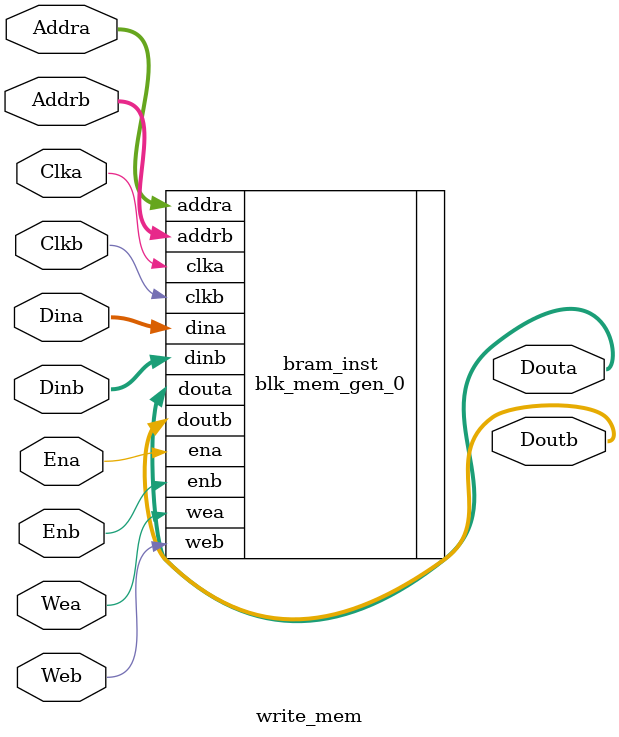
<source format=v>
`timescale 1ns / 1ps


module write_mem(Clka,Addra,Dina,Ena,Wea,Douta,Clkb,Addrb,Dinb,Enb,Web,Doutb);
    input wire Clka,Clkb;
    input wire [11:0] Addra,Addrb;
    input wire [31:0] Dina,Dinb;
    output wire [31:0] Douta,Doutb;
    input wire Wea,Web;
    input wire Ena,Enb;

    

    // BRAM instantiation
    blk_mem_gen_0 bram_inst (
        .clka(Clka),
        .wea(Wea),
        .addra(Addra),
        .dina(Dina),
        .douta(Douta),
        .ena(Ena),
        .clkb(Clkb),
        .web(Web),
        .addrb(Addrb),
        .dinb(Dinb),
        .doutb(Doutb),
        .enb(Enb)
    );
endmodule

</source>
